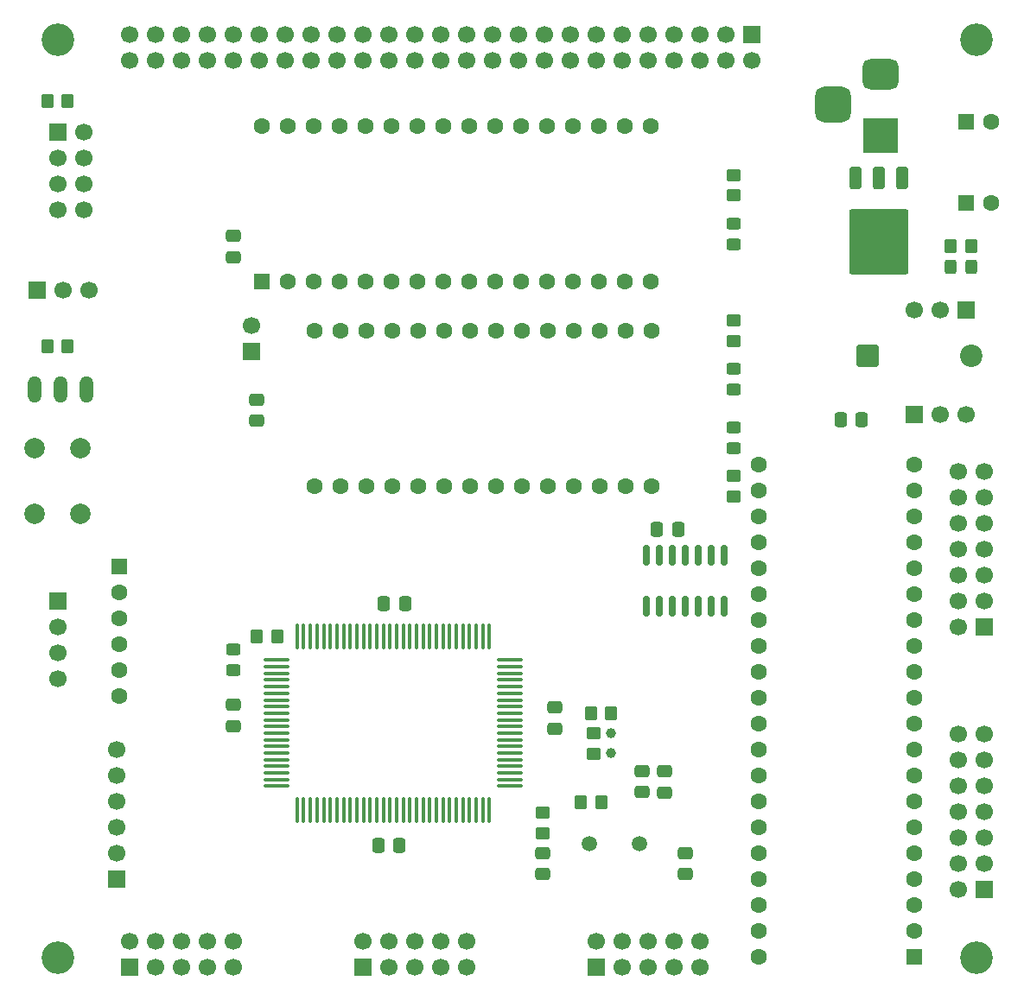
<source format=gts>
%TF.GenerationSoftware,KiCad,Pcbnew,9.0.4*%
%TF.CreationDate,2025-09-14T15:15:17-04:00*%
%TF.ProjectId,Mench Reloaded,4d656e63-6820-4526-956c-6f616465642e,rev?*%
%TF.SameCoordinates,Original*%
%TF.FileFunction,Soldermask,Top*%
%TF.FilePolarity,Negative*%
%FSLAX46Y46*%
G04 Gerber Fmt 4.6, Leading zero omitted, Abs format (unit mm)*
G04 Created by KiCad (PCBNEW 9.0.4) date 2025-09-14 15:15:17*
%MOMM*%
%LPD*%
G01*
G04 APERTURE LIST*
G04 Aperture macros list*
%AMRoundRect*
0 Rectangle with rounded corners*
0 $1 Rounding radius*
0 $2 $3 $4 $5 $6 $7 $8 $9 X,Y pos of 4 corners*
0 Add a 4 corners polygon primitive as box body*
4,1,4,$2,$3,$4,$5,$6,$7,$8,$9,$2,$3,0*
0 Add four circle primitives for the rounded corners*
1,1,$1+$1,$2,$3*
1,1,$1+$1,$4,$5*
1,1,$1+$1,$6,$7*
1,1,$1+$1,$8,$9*
0 Add four rect primitives between the rounded corners*
20,1,$1+$1,$2,$3,$4,$5,0*
20,1,$1+$1,$4,$5,$6,$7,0*
20,1,$1+$1,$6,$7,$8,$9,0*
20,1,$1+$1,$8,$9,$2,$3,0*%
G04 Aperture macros list end*
%ADD10RoundRect,0.250000X0.350000X0.450000X-0.350000X0.450000X-0.350000X-0.450000X0.350000X-0.450000X0*%
%ADD11RoundRect,0.250000X-0.337500X-0.475000X0.337500X-0.475000X0.337500X0.475000X-0.337500X0.475000X0*%
%ADD12R,1.700000X1.700000*%
%ADD13C,1.700000*%
%ADD14RoundRect,0.250000X-0.450000X0.325000X-0.450000X-0.325000X0.450000X-0.325000X0.450000X0.325000X0*%
%ADD15RoundRect,0.250000X0.325000X0.450000X-0.325000X0.450000X-0.325000X-0.450000X0.325000X-0.450000X0*%
%ADD16RoundRect,0.250000X0.450000X-0.350000X0.450000X0.350000X-0.450000X0.350000X-0.450000X-0.350000X0*%
%ADD17RoundRect,0.250000X-0.475000X0.337500X-0.475000X-0.337500X0.475000X-0.337500X0.475000X0.337500X0*%
%ADD18RoundRect,0.250000X-0.350000X0.850000X-0.350000X-0.850000X0.350000X-0.850000X0.350000X0.850000X0*%
%ADD19RoundRect,0.249997X-2.650003X2.950003X-2.650003X-2.950003X2.650003X-2.950003X2.650003X2.950003X0*%
%ADD20RoundRect,0.250000X0.450000X-0.325000X0.450000X0.325000X-0.450000X0.325000X-0.450000X-0.325000X0*%
%ADD21RoundRect,0.250000X-0.450000X0.350000X-0.450000X-0.350000X0.450000X-0.350000X0.450000X0.350000X0*%
%ADD22RoundRect,0.250000X0.550000X-0.550000X0.550000X0.550000X-0.550000X0.550000X-0.550000X-0.550000X0*%
%ADD23C,1.600000*%
%ADD24R,3.500000X3.500000*%
%ADD25RoundRect,0.750000X-1.000000X0.750000X-1.000000X-0.750000X1.000000X-0.750000X1.000000X0.750000X0*%
%ADD26RoundRect,0.875000X-0.875000X0.875000X-0.875000X-0.875000X0.875000X-0.875000X0.875000X0.875000X0*%
%ADD27RoundRect,0.100000X0.100000X-1.150000X0.100000X1.150000X-0.100000X1.150000X-0.100000X-1.150000X0*%
%ADD28RoundRect,0.100000X1.150000X-0.100000X1.150000X0.100000X-1.150000X0.100000X-1.150000X-0.100000X0*%
%ADD29C,3.200000*%
%ADD30C,2.000000*%
%ADD31RoundRect,0.250000X-0.350000X-0.450000X0.350000X-0.450000X0.350000X0.450000X-0.350000X0.450000X0*%
%ADD32C,1.000000*%
%ADD33RoundRect,0.250000X-0.550000X-0.550000X0.550000X-0.550000X0.550000X0.550000X-0.550000X0.550000X0*%
%ADD34RoundRect,0.250000X0.475000X-0.337500X0.475000X0.337500X-0.475000X0.337500X-0.475000X-0.337500X0*%
%ADD35C,1.500000*%
%ADD36R,1.600000X1.600000*%
%ADD37RoundRect,0.250000X0.550000X0.550000X-0.550000X0.550000X-0.550000X-0.550000X0.550000X-0.550000X0*%
%ADD38RoundRect,0.250000X0.337500X0.475000X-0.337500X0.475000X-0.337500X-0.475000X0.337500X-0.475000X0*%
%ADD39O,1.320800X2.641600*%
%ADD40RoundRect,0.150000X0.150000X-0.825000X0.150000X0.825000X-0.150000X0.825000X-0.150000X-0.825000X0*%
%ADD41RoundRect,0.249999X-0.850001X-0.850001X0.850001X-0.850001X0.850001X0.850001X-0.850001X0.850001X0*%
%ADD42C,2.200000*%
G04 APERTURE END LIST*
D10*
%TO.C,R1*%
X61000000Y-80000000D03*
X59000000Y-80000000D03*
%TD*%
D11*
%TO.C,C13*%
X118712500Y-98000000D03*
X120787500Y-98000000D03*
%TD*%
D12*
%TO.C,J9*%
X58000000Y-74500000D03*
D13*
X60540000Y-74500000D03*
X63080000Y-74500000D03*
%TD*%
D14*
%TO.C,D2*%
X77250000Y-109725000D03*
X77250000Y-111775000D03*
%TD*%
D15*
%TO.C,D5*%
X149550000Y-72250000D03*
X147500000Y-72250000D03*
%TD*%
D12*
%TO.C,J1*%
X128000000Y-49500000D03*
D13*
X128000000Y-52040000D03*
X125460000Y-49500000D03*
X125460000Y-52040000D03*
X122920000Y-49500000D03*
X122920000Y-52040000D03*
X120380000Y-49500000D03*
X120380000Y-52040000D03*
X117840000Y-49500000D03*
X117840000Y-52040000D03*
X115300000Y-49500000D03*
X115300000Y-52040000D03*
X112760000Y-49500000D03*
X112760000Y-52040000D03*
X110220000Y-49500000D03*
X110220000Y-52040000D03*
X107680000Y-49500000D03*
X107680000Y-52040000D03*
X105140000Y-49500000D03*
X105140000Y-52040000D03*
X102600000Y-49500000D03*
X102600000Y-52040000D03*
X100060000Y-49500000D03*
X100060000Y-52040000D03*
X97520000Y-49500000D03*
X97520000Y-52040000D03*
X94980000Y-49500000D03*
X94980000Y-52040000D03*
X92440000Y-49500000D03*
X92440000Y-52040000D03*
X89900000Y-49500000D03*
X89900000Y-52040000D03*
X87360000Y-49500000D03*
X87360000Y-52040000D03*
X84820000Y-49500000D03*
X84820000Y-52040000D03*
X82280000Y-49500000D03*
X82280000Y-52040000D03*
X79740000Y-49500000D03*
X79740000Y-52040000D03*
X77200000Y-49500000D03*
X77200000Y-52040000D03*
X74660000Y-49500000D03*
X74660000Y-52040000D03*
X72120000Y-49500000D03*
X72120000Y-52040000D03*
X69580000Y-49500000D03*
X69580000Y-52040000D03*
X67040000Y-49500000D03*
X67040000Y-52040000D03*
%TD*%
D16*
%TO.C,R6*%
X126250000Y-94750000D03*
X126250000Y-92750000D03*
%TD*%
D17*
%TO.C,C11*%
X77250000Y-69212500D03*
X77250000Y-71287500D03*
%TD*%
D18*
%TO.C,U4*%
X142780000Y-63525000D03*
X140500000Y-63525000D03*
D19*
X140500000Y-69825000D03*
D18*
X138220000Y-63525000D03*
%TD*%
D20*
%TO.C,D1*%
X126250000Y-90000000D03*
X126250000Y-87950000D03*
%TD*%
D12*
%TO.C,J14*%
X150790000Y-107540000D03*
D13*
X148250000Y-107540000D03*
X150790000Y-105000000D03*
X148250000Y-105000000D03*
X150790000Y-102460000D03*
X148250000Y-102460000D03*
X150790000Y-99920000D03*
X148250000Y-99920000D03*
X150790000Y-97380000D03*
X148250000Y-97380000D03*
X150790000Y-94840000D03*
X148250000Y-94840000D03*
X150790000Y-92300000D03*
X148250000Y-92300000D03*
%TD*%
D21*
%TO.C,R2*%
X112500000Y-118000000D03*
X112500000Y-120000000D03*
%TD*%
D17*
%TO.C,C8*%
X77250000Y-115175000D03*
X77250000Y-117250000D03*
%TD*%
D21*
%TO.C,R8*%
X126250000Y-77500000D03*
X126250000Y-79500000D03*
%TD*%
D11*
%TO.C,C5*%
X91425000Y-129000000D03*
X93500000Y-129000000D03*
%TD*%
D22*
%TO.C,U2*%
X80000000Y-73645439D03*
D23*
X82540000Y-73645439D03*
X85080000Y-73645439D03*
X87620000Y-73645439D03*
X90160000Y-73645439D03*
X92700000Y-73645439D03*
X95240000Y-73645439D03*
X97780000Y-73645439D03*
X100320000Y-73645439D03*
X102860000Y-73645439D03*
X105400000Y-73645439D03*
X107940000Y-73645439D03*
X110480000Y-73645439D03*
X113020000Y-73645439D03*
X115560000Y-73645439D03*
X118100000Y-73645439D03*
X118100000Y-58405439D03*
X115560000Y-58405439D03*
X113020000Y-58405439D03*
X110480000Y-58405439D03*
X107940000Y-58405439D03*
X105400000Y-58405439D03*
X102860000Y-58405439D03*
X100320000Y-58405439D03*
X97780000Y-58405439D03*
X95240000Y-58405439D03*
X92700000Y-58405439D03*
X90160000Y-58405439D03*
X87620000Y-58405439D03*
X85080000Y-58405439D03*
X82540000Y-58405439D03*
X80000000Y-58405439D03*
%TD*%
D17*
%TO.C,C3*%
X119500000Y-121712500D03*
X119500000Y-123787500D03*
%TD*%
%TO.C,C4*%
X107500000Y-129712500D03*
X107500000Y-131787500D03*
%TD*%
D24*
%TO.C,J8*%
X140657500Y-59340000D03*
D25*
X140657500Y-53340000D03*
D26*
X135957500Y-56340000D03*
%TD*%
D12*
%TO.C,J2*%
X60000000Y-105000000D03*
D13*
X60000000Y-107540000D03*
X60000000Y-110080000D03*
X60000000Y-112620000D03*
%TD*%
D14*
%TO.C,D4*%
X126250000Y-67975000D03*
X126250000Y-70025000D03*
%TD*%
D27*
%TO.C,U1*%
X83470000Y-125460000D03*
X84120000Y-125460000D03*
X84770000Y-125460000D03*
X85420000Y-125460000D03*
X86070000Y-125460000D03*
X86720000Y-125460000D03*
X87370000Y-125460000D03*
X88020000Y-125460000D03*
X88670000Y-125460000D03*
X89320000Y-125460000D03*
X89970000Y-125460000D03*
X90620000Y-125460000D03*
X91270000Y-125460000D03*
X91920000Y-125460000D03*
X92570000Y-125460000D03*
X93220000Y-125460000D03*
X93870000Y-125460000D03*
X94520000Y-125460000D03*
X95170000Y-125460000D03*
X95820000Y-125460000D03*
X96470000Y-125460000D03*
X97120000Y-125460000D03*
X97770000Y-125460000D03*
X98420000Y-125460000D03*
X99070000Y-125460000D03*
X99720000Y-125460000D03*
X100370000Y-125460000D03*
X101020000Y-125460000D03*
X101670000Y-125460000D03*
X102320000Y-125460000D03*
D28*
X104295000Y-123155000D03*
X104295000Y-122505000D03*
X104295000Y-121855000D03*
X104295000Y-121205000D03*
X104295000Y-120555000D03*
X104295000Y-119905000D03*
X104295000Y-119255000D03*
X104295000Y-118605000D03*
X104295000Y-117955000D03*
X104295000Y-117305000D03*
X104295000Y-116655000D03*
X104295000Y-116005000D03*
X104295000Y-115355000D03*
X104295000Y-114705000D03*
X104295000Y-114055000D03*
X104295000Y-113405000D03*
X104295000Y-112755000D03*
X104295000Y-112105000D03*
X104295000Y-111455000D03*
X104295000Y-110805000D03*
D27*
X102320000Y-108500000D03*
X101670000Y-108500000D03*
X101020000Y-108500000D03*
X100370000Y-108500000D03*
X99720000Y-108500000D03*
X99070000Y-108500000D03*
X98420000Y-108500000D03*
X97770000Y-108500000D03*
X97120000Y-108500000D03*
X96470000Y-108500000D03*
X95820000Y-108500000D03*
X95170000Y-108500000D03*
X94520000Y-108500000D03*
X93870000Y-108500000D03*
X93220000Y-108500000D03*
X92570000Y-108500000D03*
X91920000Y-108500000D03*
X91270000Y-108500000D03*
X90620000Y-108500000D03*
X89970000Y-108500000D03*
X89320000Y-108500000D03*
X88670000Y-108500000D03*
X88020000Y-108500000D03*
X87370000Y-108500000D03*
X86720000Y-108500000D03*
X86070000Y-108500000D03*
X85420000Y-108500000D03*
X84770000Y-108500000D03*
X84120000Y-108500000D03*
X83470000Y-108500000D03*
D28*
X81495000Y-110805000D03*
X81495000Y-111455000D03*
X81495000Y-112105000D03*
X81495000Y-112755000D03*
X81495000Y-113405000D03*
X81495000Y-114055000D03*
X81495000Y-114705000D03*
X81495000Y-115355000D03*
X81495000Y-116005000D03*
X81495000Y-116655000D03*
X81495000Y-117305000D03*
X81495000Y-117955000D03*
X81495000Y-118605000D03*
X81495000Y-119255000D03*
X81495000Y-119905000D03*
X81495000Y-120555000D03*
X81495000Y-121205000D03*
X81495000Y-121855000D03*
X81495000Y-122505000D03*
X81495000Y-123155000D03*
%TD*%
D12*
%TO.C,J10*%
X65750000Y-132300000D03*
D13*
X65750000Y-129760000D03*
X65750000Y-127220000D03*
X65750000Y-124680000D03*
X65750000Y-122140000D03*
X65750000Y-119600000D03*
%TD*%
D21*
%TO.C,R9*%
X126250000Y-63250000D03*
X126250000Y-65250000D03*
%TD*%
D12*
%TO.C,J7*%
X79000000Y-80500000D03*
D13*
X79000000Y-77960000D03*
%TD*%
D14*
%TO.C,D3*%
X126250000Y-82250000D03*
X126250000Y-84300000D03*
%TD*%
D29*
%TO.C,MH3*%
X150000000Y-50000000D03*
%TD*%
D30*
%TO.C,SW1*%
X62250000Y-90000000D03*
X62250000Y-96500000D03*
X57750000Y-90000000D03*
X57750000Y-96500000D03*
%TD*%
D29*
%TO.C,MH2*%
X60000000Y-140000000D03*
%TD*%
D10*
%TO.C,R5*%
X114250000Y-116000000D03*
X112250000Y-116000000D03*
%TD*%
D31*
%TO.C,R3*%
X111250000Y-124750000D03*
X113250000Y-124750000D03*
%TD*%
D32*
%TO.C,Y1*%
X114250000Y-119900000D03*
X114250000Y-118000000D03*
%TD*%
D12*
%TO.C,J4*%
X67100000Y-140940000D03*
D13*
X67100000Y-138400000D03*
X69640000Y-140940000D03*
X69640000Y-138400000D03*
X72180000Y-140940000D03*
X72180000Y-138400000D03*
X74720000Y-140940000D03*
X74720000Y-138400000D03*
X77260000Y-140940000D03*
X77260000Y-138400000D03*
%TD*%
D33*
%TO.C,C9*%
X149000000Y-58000000D03*
D23*
X151500000Y-58000000D03*
%TD*%
D29*
%TO.C,MH4*%
X150000000Y-140000000D03*
%TD*%
D34*
%TO.C,C12*%
X79500000Y-87325000D03*
X79500000Y-85250000D03*
%TD*%
D17*
%TO.C,C7*%
X108750000Y-115425000D03*
X108750000Y-117500000D03*
%TD*%
D12*
%TO.C,J13*%
X150790000Y-133250000D03*
D13*
X148250000Y-133250000D03*
X150790000Y-130710000D03*
X148250000Y-130710000D03*
X150790000Y-128170000D03*
X148250000Y-128170000D03*
X150790000Y-125630000D03*
X148250000Y-125630000D03*
X150790000Y-123090000D03*
X148250000Y-123090000D03*
X150790000Y-120550000D03*
X148250000Y-120550000D03*
X150790000Y-118010000D03*
X148250000Y-118010000D03*
%TD*%
D12*
%TO.C,J6*%
X112815157Y-140940000D03*
D13*
X112815157Y-138400000D03*
X115355157Y-140940000D03*
X115355157Y-138400000D03*
X117895157Y-140940000D03*
X117895157Y-138400000D03*
X120435157Y-140940000D03*
X120435157Y-138400000D03*
X122975157Y-140940000D03*
X122975157Y-138400000D03*
%TD*%
D35*
%TO.C,Y2*%
X117000000Y-128769394D03*
X112120000Y-128769394D03*
%TD*%
D16*
%TO.C,R4*%
X107500000Y-127750000D03*
X107500000Y-125750000D03*
%TD*%
D31*
%TO.C,R10*%
X59000000Y-56000000D03*
X61000000Y-56000000D03*
%TD*%
D36*
%TO.C,RN1*%
X66040000Y-101600000D03*
D23*
X66040000Y-104140000D03*
X66040000Y-106680000D03*
X66040000Y-109220000D03*
X66040000Y-111760000D03*
X66040000Y-114300000D03*
%TD*%
D12*
%TO.C,J3*%
X60000000Y-59000000D03*
D13*
X62540000Y-59000000D03*
X60000000Y-61540000D03*
X62540000Y-61540000D03*
X60000000Y-64080000D03*
X62540000Y-64080000D03*
X60000000Y-66620000D03*
X62540000Y-66620000D03*
%TD*%
D11*
%TO.C,C6*%
X91962500Y-105250000D03*
X94037500Y-105250000D03*
%TD*%
D17*
%TO.C,C1*%
X117250000Y-121675000D03*
X117250000Y-123750000D03*
%TD*%
D37*
%TO.C,U6*%
X143905000Y-139920000D03*
D23*
X143905000Y-137380000D03*
X143905000Y-134840000D03*
X143905000Y-132300000D03*
X143905000Y-129760000D03*
X143905000Y-127220000D03*
X143905000Y-124680000D03*
X143905000Y-122140000D03*
X143905000Y-119600000D03*
X143905000Y-117060000D03*
X143905000Y-114520000D03*
X143905000Y-111980000D03*
X143905000Y-109440000D03*
X143905000Y-106900000D03*
X143905000Y-104360000D03*
X143905000Y-101820000D03*
X143905000Y-99280000D03*
X143905000Y-96740000D03*
X143905000Y-94200000D03*
X143905000Y-91660000D03*
X128665000Y-91660000D03*
X128665000Y-94200000D03*
X128665000Y-96740000D03*
X128665000Y-99280000D03*
X128665000Y-101820000D03*
X128665000Y-104360000D03*
X128665000Y-106900000D03*
X128665000Y-109440000D03*
X128665000Y-111980000D03*
X128665000Y-114520000D03*
X128665000Y-117060000D03*
X128665000Y-119600000D03*
X128665000Y-122140000D03*
X128665000Y-124680000D03*
X128665000Y-127220000D03*
X128665000Y-129760000D03*
X128665000Y-132300000D03*
X128665000Y-134840000D03*
X128665000Y-137380000D03*
X128665000Y-139920000D03*
%TD*%
D29*
%TO.C,MH1*%
X60000000Y-50000000D03*
%TD*%
D10*
%TO.C,R11*%
X149500000Y-70250000D03*
X147500000Y-70250000D03*
%TD*%
D38*
%TO.C,C14*%
X138787500Y-87250000D03*
X136712500Y-87250000D03*
%TD*%
D12*
%TO.C,J11*%
X149000000Y-76500000D03*
D13*
X146460000Y-76500000D03*
X143920000Y-76500000D03*
%TD*%
D12*
%TO.C,J5*%
X89905942Y-140940000D03*
D13*
X89905942Y-138400000D03*
X92445942Y-140940000D03*
X92445942Y-138400000D03*
X94985942Y-140940000D03*
X94985942Y-138400000D03*
X97525942Y-140940000D03*
X97525942Y-138400000D03*
X100065942Y-140940000D03*
X100065942Y-138400000D03*
%TD*%
D33*
%TO.C,C10*%
X149000000Y-66000000D03*
D23*
X151500000Y-66000000D03*
%TD*%
D39*
%TO.C,IC1*%
X57710000Y-84250000D03*
X60250000Y-84250000D03*
X62790000Y-84250000D03*
%TD*%
D10*
%TO.C,R7*%
X81500000Y-108500000D03*
X79500000Y-108500000D03*
%TD*%
D23*
%TO.C,U3*%
X85156500Y-93750000D03*
X87696500Y-93750000D03*
X90236500Y-93750000D03*
X92776500Y-93750000D03*
X95316500Y-93750000D03*
X97856500Y-93750000D03*
X100396500Y-93750000D03*
X102936500Y-93750000D03*
X105476500Y-93750000D03*
X108016500Y-93750000D03*
X110556500Y-93750000D03*
X113096500Y-93750000D03*
X115636500Y-93750000D03*
X118176500Y-93750000D03*
X118176500Y-78510000D03*
X115636500Y-78510000D03*
X113096500Y-78510000D03*
X110556500Y-78510000D03*
X108016500Y-78510000D03*
X105476500Y-78510000D03*
X102936500Y-78510000D03*
X100396500Y-78510000D03*
X97856500Y-78510000D03*
X95316500Y-78510000D03*
X92776500Y-78510000D03*
X90236500Y-78510000D03*
X87696500Y-78510000D03*
X85156500Y-78510000D03*
%TD*%
D40*
%TO.C,U5*%
X117690000Y-105500000D03*
X118960000Y-105500000D03*
X120230000Y-105500000D03*
X121500000Y-105500000D03*
X122770000Y-105500000D03*
X124040000Y-105500000D03*
X125310000Y-105500000D03*
X125310000Y-100550000D03*
X124040000Y-100550000D03*
X122770000Y-100550000D03*
X121500000Y-100550000D03*
X120230000Y-100550000D03*
X118960000Y-100550000D03*
X117690000Y-100550000D03*
%TD*%
D12*
%TO.C,J12*%
X143975000Y-86750000D03*
D13*
X146515000Y-86750000D03*
X149055000Y-86750000D03*
%TD*%
D17*
%TO.C,C2*%
X121500000Y-129712500D03*
X121500000Y-131787500D03*
%TD*%
D41*
%TO.C,D6*%
X139340000Y-81000000D03*
D42*
X149500000Y-81000000D03*
%TD*%
M02*

</source>
